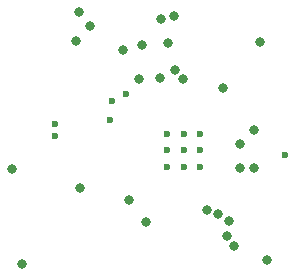
<source format=gbr>
%TF.GenerationSoftware,KiCad,Pcbnew,9.0.4*%
%TF.CreationDate,2025-09-09T15:17:23+02:00*%
%TF.ProjectId,rp2350_gpio_card,72703233-3530-45f6-9770-696f5f636172,X1*%
%TF.SameCoordinates,Original*%
%TF.FileFunction,Copper,L3,Inr*%
%TF.FilePolarity,Positive*%
%FSLAX46Y46*%
G04 Gerber Fmt 4.6, Leading zero omitted, Abs format (unit mm)*
G04 Created by KiCad (PCBNEW 9.0.4) date 2025-09-09 15:17:23*
%MOMM*%
%LPD*%
G01*
G04 APERTURE LIST*
%TA.AperFunction,ComponentPad*%
%ADD10C,0.600000*%
%TD*%
%TA.AperFunction,ViaPad*%
%ADD11C,0.600000*%
%TD*%
%TA.AperFunction,ViaPad*%
%ADD12C,0.800000*%
%TD*%
G04 APERTURE END LIST*
D10*
%TO.N,GND*%
%TO.C,U1*%
X105380183Y-68171434D03*
X106755183Y-68171434D03*
X108130183Y-68171434D03*
X105380183Y-66796434D03*
X106755183Y-66796434D03*
X108130183Y-66796434D03*
X105380183Y-65421434D03*
X106755183Y-65421434D03*
X108130183Y-65421434D03*
%TD*%
D11*
%TO.N,GND*%
X100700000Y-62600000D03*
%TO.N,/USB_D-*%
X95850000Y-64600000D03*
%TO.N,/USB_D+*%
X95850000Y-65550000D03*
D12*
%TO.N,+1V1*%
X110100000Y-61500000D03*
%TO.N,VBUS*%
X104800000Y-55700000D03*
X98800000Y-56246434D03*
%TO.N,+3.3V*%
X112700000Y-68272634D03*
X112700000Y-65100000D03*
%TO.N,/GPIO27_ADC1*%
X106685028Y-60729793D03*
%TO.N,/GPIO29_ADC3*%
X104755183Y-60700000D03*
%TO.N,/GPIO11*%
X110555183Y-72771434D03*
%TO.N,/QSPI_SS*%
X102130183Y-70996434D03*
%TO.N,/RUN*%
X111500000Y-66300000D03*
X111500000Y-68272634D03*
%TO.N,/GPIO10*%
X109680183Y-72196434D03*
%TO.N,/GPIO9*%
X108755502Y-71815683D03*
%TO.N,/GPIO28_ADC2*%
X106005183Y-59996434D03*
%TO.N,/GPIO0*%
X103601588Y-72897192D03*
X93100000Y-76400000D03*
%TO.N,/USB_D+*%
X101600000Y-58300000D03*
%TO.N,/USB_D-*%
X103200000Y-57900000D03*
%TO.N,/GPIO13*%
X111055183Y-74896434D03*
%TO.N,/GPIO12*%
X110405183Y-74046434D03*
%TO.N,GND*%
X97900000Y-55050000D03*
X105400000Y-57700000D03*
X113180183Y-57596434D03*
X98005183Y-69996434D03*
X103000000Y-60800000D03*
X113800000Y-76100000D03*
D11*
X115300000Y-67200000D03*
D12*
X105900000Y-55400000D03*
X92200000Y-68400000D03*
X97630183Y-57546434D03*
D11*
%TO.N,+1V1*%
X100550000Y-64200000D03*
%TO.N,GND*%
X101850000Y-62050000D03*
%TD*%
M02*

</source>
